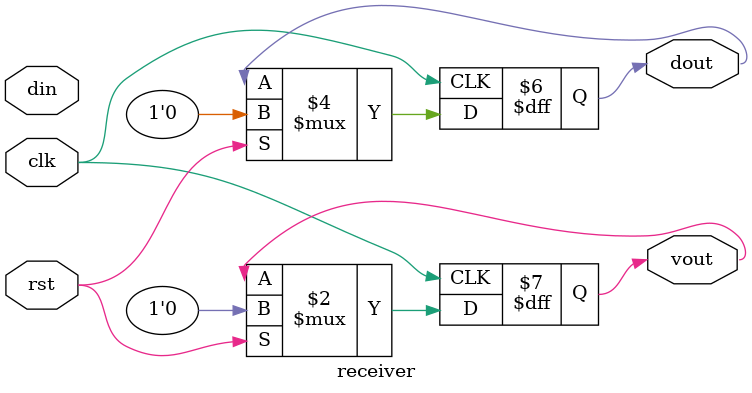
<source format=sv>
`default_nettype none
`timescale 1ns / 1ps

module receiver(input wire clk, 
                input wire rst, 
                input wire din,
                
                output wire dout,
                output wire vout);

    logic prev; 
    always_ff@(posedge clk) begin
        if (rst) begin
            dout <= 0;
            vout <= 0;
        end else begin
            // Do sample stuff
        end
    end

endmodule

`default_nettype wire
</source>
